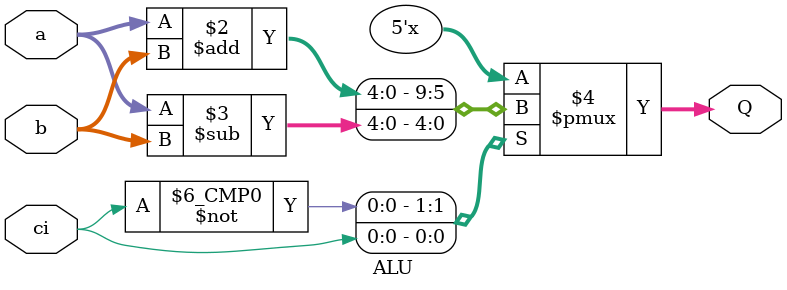
<source format=sv>
module ALU#(parameter n = 4)(
    input [n-1:0] a, 
    input [n-1:0] b, 
    input ci, 
    output logic [n:0] Q
    );
    
always @(*) begin
        case (ci)
            1'b0: Q = a + b;  
            1'b1: Q = a - b;  
            default: Q = n-1'b0; 
        endcase
        
    end
endmodule
</source>
